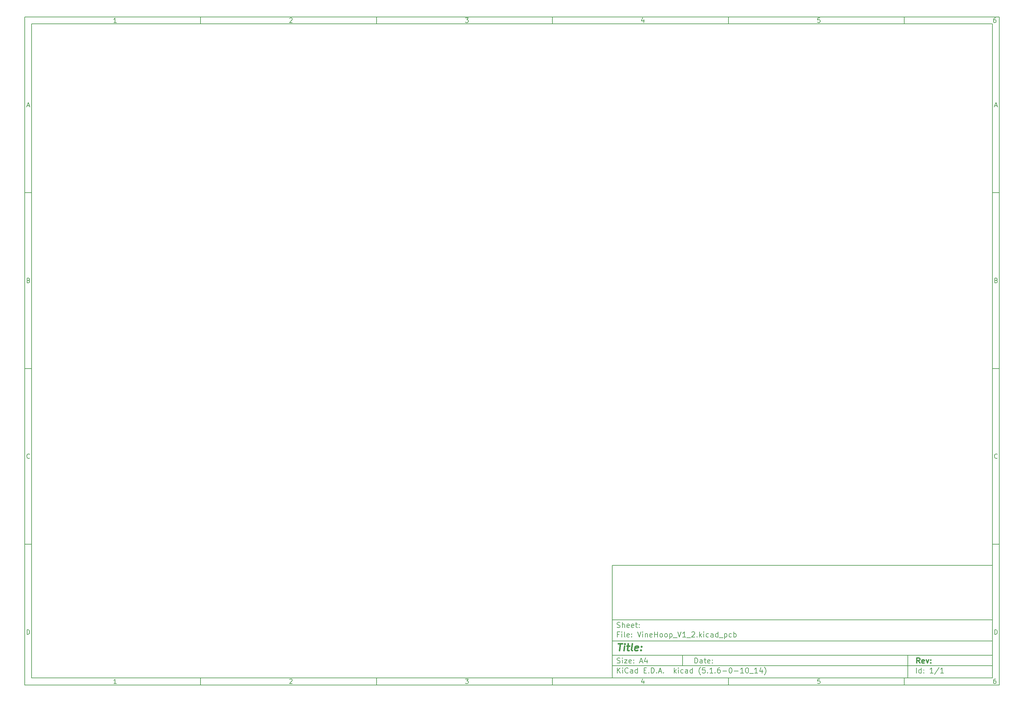
<source format=gbo>
G04 #@! TF.GenerationSoftware,KiCad,Pcbnew,(5.1.6-0-10_14)*
G04 #@! TF.CreationDate,2020-07-22T23:19:56-07:00*
G04 #@! TF.ProjectId,VineHoop_V1_2,56696e65-486f-46f7-905f-56315f322e6b,rev?*
G04 #@! TF.SameCoordinates,Original*
G04 #@! TF.FileFunction,Legend,Bot*
G04 #@! TF.FilePolarity,Positive*
%FSLAX46Y46*%
G04 Gerber Fmt 4.6, Leading zero omitted, Abs format (unit mm)*
G04 Created by KiCad (PCBNEW (5.1.6-0-10_14)) date 2020-07-22 23:19:56*
%MOMM*%
%LPD*%
G01*
G04 APERTURE LIST*
%ADD10C,0.100000*%
%ADD11C,0.150000*%
%ADD12C,0.300000*%
%ADD13C,0.400000*%
G04 APERTURE END LIST*
D10*
D11*
X177002200Y-166007200D02*
X177002200Y-198007200D01*
X285002200Y-198007200D01*
X285002200Y-166007200D01*
X177002200Y-166007200D01*
D10*
D11*
X10000000Y-10000000D02*
X10000000Y-200007200D01*
X287002200Y-200007200D01*
X287002200Y-10000000D01*
X10000000Y-10000000D01*
D10*
D11*
X12000000Y-12000000D02*
X12000000Y-198007200D01*
X285002200Y-198007200D01*
X285002200Y-12000000D01*
X12000000Y-12000000D01*
D10*
D11*
X60000000Y-12000000D02*
X60000000Y-10000000D01*
D10*
D11*
X110000000Y-12000000D02*
X110000000Y-10000000D01*
D10*
D11*
X160000000Y-12000000D02*
X160000000Y-10000000D01*
D10*
D11*
X210000000Y-12000000D02*
X210000000Y-10000000D01*
D10*
D11*
X260000000Y-12000000D02*
X260000000Y-10000000D01*
D10*
D11*
X36065476Y-11588095D02*
X35322619Y-11588095D01*
X35694047Y-11588095D02*
X35694047Y-10288095D01*
X35570238Y-10473809D01*
X35446428Y-10597619D01*
X35322619Y-10659523D01*
D10*
D11*
X85322619Y-10411904D02*
X85384523Y-10350000D01*
X85508333Y-10288095D01*
X85817857Y-10288095D01*
X85941666Y-10350000D01*
X86003571Y-10411904D01*
X86065476Y-10535714D01*
X86065476Y-10659523D01*
X86003571Y-10845238D01*
X85260714Y-11588095D01*
X86065476Y-11588095D01*
D10*
D11*
X135260714Y-10288095D02*
X136065476Y-10288095D01*
X135632142Y-10783333D01*
X135817857Y-10783333D01*
X135941666Y-10845238D01*
X136003571Y-10907142D01*
X136065476Y-11030952D01*
X136065476Y-11340476D01*
X136003571Y-11464285D01*
X135941666Y-11526190D01*
X135817857Y-11588095D01*
X135446428Y-11588095D01*
X135322619Y-11526190D01*
X135260714Y-11464285D01*
D10*
D11*
X185941666Y-10721428D02*
X185941666Y-11588095D01*
X185632142Y-10226190D02*
X185322619Y-11154761D01*
X186127380Y-11154761D01*
D10*
D11*
X236003571Y-10288095D02*
X235384523Y-10288095D01*
X235322619Y-10907142D01*
X235384523Y-10845238D01*
X235508333Y-10783333D01*
X235817857Y-10783333D01*
X235941666Y-10845238D01*
X236003571Y-10907142D01*
X236065476Y-11030952D01*
X236065476Y-11340476D01*
X236003571Y-11464285D01*
X235941666Y-11526190D01*
X235817857Y-11588095D01*
X235508333Y-11588095D01*
X235384523Y-11526190D01*
X235322619Y-11464285D01*
D10*
D11*
X285941666Y-10288095D02*
X285694047Y-10288095D01*
X285570238Y-10350000D01*
X285508333Y-10411904D01*
X285384523Y-10597619D01*
X285322619Y-10845238D01*
X285322619Y-11340476D01*
X285384523Y-11464285D01*
X285446428Y-11526190D01*
X285570238Y-11588095D01*
X285817857Y-11588095D01*
X285941666Y-11526190D01*
X286003571Y-11464285D01*
X286065476Y-11340476D01*
X286065476Y-11030952D01*
X286003571Y-10907142D01*
X285941666Y-10845238D01*
X285817857Y-10783333D01*
X285570238Y-10783333D01*
X285446428Y-10845238D01*
X285384523Y-10907142D01*
X285322619Y-11030952D01*
D10*
D11*
X60000000Y-198007200D02*
X60000000Y-200007200D01*
D10*
D11*
X110000000Y-198007200D02*
X110000000Y-200007200D01*
D10*
D11*
X160000000Y-198007200D02*
X160000000Y-200007200D01*
D10*
D11*
X210000000Y-198007200D02*
X210000000Y-200007200D01*
D10*
D11*
X260000000Y-198007200D02*
X260000000Y-200007200D01*
D10*
D11*
X36065476Y-199595295D02*
X35322619Y-199595295D01*
X35694047Y-199595295D02*
X35694047Y-198295295D01*
X35570238Y-198481009D01*
X35446428Y-198604819D01*
X35322619Y-198666723D01*
D10*
D11*
X85322619Y-198419104D02*
X85384523Y-198357200D01*
X85508333Y-198295295D01*
X85817857Y-198295295D01*
X85941666Y-198357200D01*
X86003571Y-198419104D01*
X86065476Y-198542914D01*
X86065476Y-198666723D01*
X86003571Y-198852438D01*
X85260714Y-199595295D01*
X86065476Y-199595295D01*
D10*
D11*
X135260714Y-198295295D02*
X136065476Y-198295295D01*
X135632142Y-198790533D01*
X135817857Y-198790533D01*
X135941666Y-198852438D01*
X136003571Y-198914342D01*
X136065476Y-199038152D01*
X136065476Y-199347676D01*
X136003571Y-199471485D01*
X135941666Y-199533390D01*
X135817857Y-199595295D01*
X135446428Y-199595295D01*
X135322619Y-199533390D01*
X135260714Y-199471485D01*
D10*
D11*
X185941666Y-198728628D02*
X185941666Y-199595295D01*
X185632142Y-198233390D02*
X185322619Y-199161961D01*
X186127380Y-199161961D01*
D10*
D11*
X236003571Y-198295295D02*
X235384523Y-198295295D01*
X235322619Y-198914342D01*
X235384523Y-198852438D01*
X235508333Y-198790533D01*
X235817857Y-198790533D01*
X235941666Y-198852438D01*
X236003571Y-198914342D01*
X236065476Y-199038152D01*
X236065476Y-199347676D01*
X236003571Y-199471485D01*
X235941666Y-199533390D01*
X235817857Y-199595295D01*
X235508333Y-199595295D01*
X235384523Y-199533390D01*
X235322619Y-199471485D01*
D10*
D11*
X285941666Y-198295295D02*
X285694047Y-198295295D01*
X285570238Y-198357200D01*
X285508333Y-198419104D01*
X285384523Y-198604819D01*
X285322619Y-198852438D01*
X285322619Y-199347676D01*
X285384523Y-199471485D01*
X285446428Y-199533390D01*
X285570238Y-199595295D01*
X285817857Y-199595295D01*
X285941666Y-199533390D01*
X286003571Y-199471485D01*
X286065476Y-199347676D01*
X286065476Y-199038152D01*
X286003571Y-198914342D01*
X285941666Y-198852438D01*
X285817857Y-198790533D01*
X285570238Y-198790533D01*
X285446428Y-198852438D01*
X285384523Y-198914342D01*
X285322619Y-199038152D01*
D10*
D11*
X10000000Y-60000000D02*
X12000000Y-60000000D01*
D10*
D11*
X10000000Y-110000000D02*
X12000000Y-110000000D01*
D10*
D11*
X10000000Y-160000000D02*
X12000000Y-160000000D01*
D10*
D11*
X10690476Y-35216666D02*
X11309523Y-35216666D01*
X10566666Y-35588095D02*
X11000000Y-34288095D01*
X11433333Y-35588095D01*
D10*
D11*
X11092857Y-84907142D02*
X11278571Y-84969047D01*
X11340476Y-85030952D01*
X11402380Y-85154761D01*
X11402380Y-85340476D01*
X11340476Y-85464285D01*
X11278571Y-85526190D01*
X11154761Y-85588095D01*
X10659523Y-85588095D01*
X10659523Y-84288095D01*
X11092857Y-84288095D01*
X11216666Y-84350000D01*
X11278571Y-84411904D01*
X11340476Y-84535714D01*
X11340476Y-84659523D01*
X11278571Y-84783333D01*
X11216666Y-84845238D01*
X11092857Y-84907142D01*
X10659523Y-84907142D01*
D10*
D11*
X11402380Y-135464285D02*
X11340476Y-135526190D01*
X11154761Y-135588095D01*
X11030952Y-135588095D01*
X10845238Y-135526190D01*
X10721428Y-135402380D01*
X10659523Y-135278571D01*
X10597619Y-135030952D01*
X10597619Y-134845238D01*
X10659523Y-134597619D01*
X10721428Y-134473809D01*
X10845238Y-134350000D01*
X11030952Y-134288095D01*
X11154761Y-134288095D01*
X11340476Y-134350000D01*
X11402380Y-134411904D01*
D10*
D11*
X10659523Y-185588095D02*
X10659523Y-184288095D01*
X10969047Y-184288095D01*
X11154761Y-184350000D01*
X11278571Y-184473809D01*
X11340476Y-184597619D01*
X11402380Y-184845238D01*
X11402380Y-185030952D01*
X11340476Y-185278571D01*
X11278571Y-185402380D01*
X11154761Y-185526190D01*
X10969047Y-185588095D01*
X10659523Y-185588095D01*
D10*
D11*
X287002200Y-60000000D02*
X285002200Y-60000000D01*
D10*
D11*
X287002200Y-110000000D02*
X285002200Y-110000000D01*
D10*
D11*
X287002200Y-160000000D02*
X285002200Y-160000000D01*
D10*
D11*
X285692676Y-35216666D02*
X286311723Y-35216666D01*
X285568866Y-35588095D02*
X286002200Y-34288095D01*
X286435533Y-35588095D01*
D10*
D11*
X286095057Y-84907142D02*
X286280771Y-84969047D01*
X286342676Y-85030952D01*
X286404580Y-85154761D01*
X286404580Y-85340476D01*
X286342676Y-85464285D01*
X286280771Y-85526190D01*
X286156961Y-85588095D01*
X285661723Y-85588095D01*
X285661723Y-84288095D01*
X286095057Y-84288095D01*
X286218866Y-84350000D01*
X286280771Y-84411904D01*
X286342676Y-84535714D01*
X286342676Y-84659523D01*
X286280771Y-84783333D01*
X286218866Y-84845238D01*
X286095057Y-84907142D01*
X285661723Y-84907142D01*
D10*
D11*
X286404580Y-135464285D02*
X286342676Y-135526190D01*
X286156961Y-135588095D01*
X286033152Y-135588095D01*
X285847438Y-135526190D01*
X285723628Y-135402380D01*
X285661723Y-135278571D01*
X285599819Y-135030952D01*
X285599819Y-134845238D01*
X285661723Y-134597619D01*
X285723628Y-134473809D01*
X285847438Y-134350000D01*
X286033152Y-134288095D01*
X286156961Y-134288095D01*
X286342676Y-134350000D01*
X286404580Y-134411904D01*
D10*
D11*
X285661723Y-185588095D02*
X285661723Y-184288095D01*
X285971247Y-184288095D01*
X286156961Y-184350000D01*
X286280771Y-184473809D01*
X286342676Y-184597619D01*
X286404580Y-184845238D01*
X286404580Y-185030952D01*
X286342676Y-185278571D01*
X286280771Y-185402380D01*
X286156961Y-185526190D01*
X285971247Y-185588095D01*
X285661723Y-185588095D01*
D10*
D11*
X200434342Y-193785771D02*
X200434342Y-192285771D01*
X200791485Y-192285771D01*
X201005771Y-192357200D01*
X201148628Y-192500057D01*
X201220057Y-192642914D01*
X201291485Y-192928628D01*
X201291485Y-193142914D01*
X201220057Y-193428628D01*
X201148628Y-193571485D01*
X201005771Y-193714342D01*
X200791485Y-193785771D01*
X200434342Y-193785771D01*
X202577200Y-193785771D02*
X202577200Y-193000057D01*
X202505771Y-192857200D01*
X202362914Y-192785771D01*
X202077200Y-192785771D01*
X201934342Y-192857200D01*
X202577200Y-193714342D02*
X202434342Y-193785771D01*
X202077200Y-193785771D01*
X201934342Y-193714342D01*
X201862914Y-193571485D01*
X201862914Y-193428628D01*
X201934342Y-193285771D01*
X202077200Y-193214342D01*
X202434342Y-193214342D01*
X202577200Y-193142914D01*
X203077200Y-192785771D02*
X203648628Y-192785771D01*
X203291485Y-192285771D02*
X203291485Y-193571485D01*
X203362914Y-193714342D01*
X203505771Y-193785771D01*
X203648628Y-193785771D01*
X204720057Y-193714342D02*
X204577200Y-193785771D01*
X204291485Y-193785771D01*
X204148628Y-193714342D01*
X204077200Y-193571485D01*
X204077200Y-193000057D01*
X204148628Y-192857200D01*
X204291485Y-192785771D01*
X204577200Y-192785771D01*
X204720057Y-192857200D01*
X204791485Y-193000057D01*
X204791485Y-193142914D01*
X204077200Y-193285771D01*
X205434342Y-193642914D02*
X205505771Y-193714342D01*
X205434342Y-193785771D01*
X205362914Y-193714342D01*
X205434342Y-193642914D01*
X205434342Y-193785771D01*
X205434342Y-192857200D02*
X205505771Y-192928628D01*
X205434342Y-193000057D01*
X205362914Y-192928628D01*
X205434342Y-192857200D01*
X205434342Y-193000057D01*
D10*
D11*
X177002200Y-194507200D02*
X285002200Y-194507200D01*
D10*
D11*
X178434342Y-196585771D02*
X178434342Y-195085771D01*
X179291485Y-196585771D02*
X178648628Y-195728628D01*
X179291485Y-195085771D02*
X178434342Y-195942914D01*
X179934342Y-196585771D02*
X179934342Y-195585771D01*
X179934342Y-195085771D02*
X179862914Y-195157200D01*
X179934342Y-195228628D01*
X180005771Y-195157200D01*
X179934342Y-195085771D01*
X179934342Y-195228628D01*
X181505771Y-196442914D02*
X181434342Y-196514342D01*
X181220057Y-196585771D01*
X181077200Y-196585771D01*
X180862914Y-196514342D01*
X180720057Y-196371485D01*
X180648628Y-196228628D01*
X180577200Y-195942914D01*
X180577200Y-195728628D01*
X180648628Y-195442914D01*
X180720057Y-195300057D01*
X180862914Y-195157200D01*
X181077200Y-195085771D01*
X181220057Y-195085771D01*
X181434342Y-195157200D01*
X181505771Y-195228628D01*
X182791485Y-196585771D02*
X182791485Y-195800057D01*
X182720057Y-195657200D01*
X182577200Y-195585771D01*
X182291485Y-195585771D01*
X182148628Y-195657200D01*
X182791485Y-196514342D02*
X182648628Y-196585771D01*
X182291485Y-196585771D01*
X182148628Y-196514342D01*
X182077200Y-196371485D01*
X182077200Y-196228628D01*
X182148628Y-196085771D01*
X182291485Y-196014342D01*
X182648628Y-196014342D01*
X182791485Y-195942914D01*
X184148628Y-196585771D02*
X184148628Y-195085771D01*
X184148628Y-196514342D02*
X184005771Y-196585771D01*
X183720057Y-196585771D01*
X183577200Y-196514342D01*
X183505771Y-196442914D01*
X183434342Y-196300057D01*
X183434342Y-195871485D01*
X183505771Y-195728628D01*
X183577200Y-195657200D01*
X183720057Y-195585771D01*
X184005771Y-195585771D01*
X184148628Y-195657200D01*
X186005771Y-195800057D02*
X186505771Y-195800057D01*
X186720057Y-196585771D02*
X186005771Y-196585771D01*
X186005771Y-195085771D01*
X186720057Y-195085771D01*
X187362914Y-196442914D02*
X187434342Y-196514342D01*
X187362914Y-196585771D01*
X187291485Y-196514342D01*
X187362914Y-196442914D01*
X187362914Y-196585771D01*
X188077200Y-196585771D02*
X188077200Y-195085771D01*
X188434342Y-195085771D01*
X188648628Y-195157200D01*
X188791485Y-195300057D01*
X188862914Y-195442914D01*
X188934342Y-195728628D01*
X188934342Y-195942914D01*
X188862914Y-196228628D01*
X188791485Y-196371485D01*
X188648628Y-196514342D01*
X188434342Y-196585771D01*
X188077200Y-196585771D01*
X189577200Y-196442914D02*
X189648628Y-196514342D01*
X189577200Y-196585771D01*
X189505771Y-196514342D01*
X189577200Y-196442914D01*
X189577200Y-196585771D01*
X190220057Y-196157200D02*
X190934342Y-196157200D01*
X190077200Y-196585771D02*
X190577200Y-195085771D01*
X191077200Y-196585771D01*
X191577200Y-196442914D02*
X191648628Y-196514342D01*
X191577200Y-196585771D01*
X191505771Y-196514342D01*
X191577200Y-196442914D01*
X191577200Y-196585771D01*
X194577200Y-196585771D02*
X194577200Y-195085771D01*
X194720057Y-196014342D02*
X195148628Y-196585771D01*
X195148628Y-195585771D02*
X194577200Y-196157200D01*
X195791485Y-196585771D02*
X195791485Y-195585771D01*
X195791485Y-195085771D02*
X195720057Y-195157200D01*
X195791485Y-195228628D01*
X195862914Y-195157200D01*
X195791485Y-195085771D01*
X195791485Y-195228628D01*
X197148628Y-196514342D02*
X197005771Y-196585771D01*
X196720057Y-196585771D01*
X196577200Y-196514342D01*
X196505771Y-196442914D01*
X196434342Y-196300057D01*
X196434342Y-195871485D01*
X196505771Y-195728628D01*
X196577200Y-195657200D01*
X196720057Y-195585771D01*
X197005771Y-195585771D01*
X197148628Y-195657200D01*
X198434342Y-196585771D02*
X198434342Y-195800057D01*
X198362914Y-195657200D01*
X198220057Y-195585771D01*
X197934342Y-195585771D01*
X197791485Y-195657200D01*
X198434342Y-196514342D02*
X198291485Y-196585771D01*
X197934342Y-196585771D01*
X197791485Y-196514342D01*
X197720057Y-196371485D01*
X197720057Y-196228628D01*
X197791485Y-196085771D01*
X197934342Y-196014342D01*
X198291485Y-196014342D01*
X198434342Y-195942914D01*
X199791485Y-196585771D02*
X199791485Y-195085771D01*
X199791485Y-196514342D02*
X199648628Y-196585771D01*
X199362914Y-196585771D01*
X199220057Y-196514342D01*
X199148628Y-196442914D01*
X199077200Y-196300057D01*
X199077200Y-195871485D01*
X199148628Y-195728628D01*
X199220057Y-195657200D01*
X199362914Y-195585771D01*
X199648628Y-195585771D01*
X199791485Y-195657200D01*
X202077200Y-197157200D02*
X202005771Y-197085771D01*
X201862914Y-196871485D01*
X201791485Y-196728628D01*
X201720057Y-196514342D01*
X201648628Y-196157200D01*
X201648628Y-195871485D01*
X201720057Y-195514342D01*
X201791485Y-195300057D01*
X201862914Y-195157200D01*
X202005771Y-194942914D01*
X202077200Y-194871485D01*
X203362914Y-195085771D02*
X202648628Y-195085771D01*
X202577200Y-195800057D01*
X202648628Y-195728628D01*
X202791485Y-195657200D01*
X203148628Y-195657200D01*
X203291485Y-195728628D01*
X203362914Y-195800057D01*
X203434342Y-195942914D01*
X203434342Y-196300057D01*
X203362914Y-196442914D01*
X203291485Y-196514342D01*
X203148628Y-196585771D01*
X202791485Y-196585771D01*
X202648628Y-196514342D01*
X202577200Y-196442914D01*
X204077200Y-196442914D02*
X204148628Y-196514342D01*
X204077200Y-196585771D01*
X204005771Y-196514342D01*
X204077200Y-196442914D01*
X204077200Y-196585771D01*
X205577200Y-196585771D02*
X204720057Y-196585771D01*
X205148628Y-196585771D02*
X205148628Y-195085771D01*
X205005771Y-195300057D01*
X204862914Y-195442914D01*
X204720057Y-195514342D01*
X206220057Y-196442914D02*
X206291485Y-196514342D01*
X206220057Y-196585771D01*
X206148628Y-196514342D01*
X206220057Y-196442914D01*
X206220057Y-196585771D01*
X207577200Y-195085771D02*
X207291485Y-195085771D01*
X207148628Y-195157200D01*
X207077200Y-195228628D01*
X206934342Y-195442914D01*
X206862914Y-195728628D01*
X206862914Y-196300057D01*
X206934342Y-196442914D01*
X207005771Y-196514342D01*
X207148628Y-196585771D01*
X207434342Y-196585771D01*
X207577200Y-196514342D01*
X207648628Y-196442914D01*
X207720057Y-196300057D01*
X207720057Y-195942914D01*
X207648628Y-195800057D01*
X207577200Y-195728628D01*
X207434342Y-195657200D01*
X207148628Y-195657200D01*
X207005771Y-195728628D01*
X206934342Y-195800057D01*
X206862914Y-195942914D01*
X208362914Y-196014342D02*
X209505771Y-196014342D01*
X210505771Y-195085771D02*
X210648628Y-195085771D01*
X210791485Y-195157200D01*
X210862914Y-195228628D01*
X210934342Y-195371485D01*
X211005771Y-195657200D01*
X211005771Y-196014342D01*
X210934342Y-196300057D01*
X210862914Y-196442914D01*
X210791485Y-196514342D01*
X210648628Y-196585771D01*
X210505771Y-196585771D01*
X210362914Y-196514342D01*
X210291485Y-196442914D01*
X210220057Y-196300057D01*
X210148628Y-196014342D01*
X210148628Y-195657200D01*
X210220057Y-195371485D01*
X210291485Y-195228628D01*
X210362914Y-195157200D01*
X210505771Y-195085771D01*
X211648628Y-196014342D02*
X212791485Y-196014342D01*
X214291485Y-196585771D02*
X213434342Y-196585771D01*
X213862914Y-196585771D02*
X213862914Y-195085771D01*
X213720057Y-195300057D01*
X213577200Y-195442914D01*
X213434342Y-195514342D01*
X215220057Y-195085771D02*
X215362914Y-195085771D01*
X215505771Y-195157200D01*
X215577200Y-195228628D01*
X215648628Y-195371485D01*
X215720057Y-195657200D01*
X215720057Y-196014342D01*
X215648628Y-196300057D01*
X215577200Y-196442914D01*
X215505771Y-196514342D01*
X215362914Y-196585771D01*
X215220057Y-196585771D01*
X215077200Y-196514342D01*
X215005771Y-196442914D01*
X214934342Y-196300057D01*
X214862914Y-196014342D01*
X214862914Y-195657200D01*
X214934342Y-195371485D01*
X215005771Y-195228628D01*
X215077200Y-195157200D01*
X215220057Y-195085771D01*
X216005771Y-196728628D02*
X217148628Y-196728628D01*
X218291485Y-196585771D02*
X217434342Y-196585771D01*
X217862914Y-196585771D02*
X217862914Y-195085771D01*
X217720057Y-195300057D01*
X217577200Y-195442914D01*
X217434342Y-195514342D01*
X219577200Y-195585771D02*
X219577200Y-196585771D01*
X219220057Y-195014342D02*
X218862914Y-196085771D01*
X219791485Y-196085771D01*
X220220057Y-197157200D02*
X220291485Y-197085771D01*
X220434342Y-196871485D01*
X220505771Y-196728628D01*
X220577200Y-196514342D01*
X220648628Y-196157200D01*
X220648628Y-195871485D01*
X220577200Y-195514342D01*
X220505771Y-195300057D01*
X220434342Y-195157200D01*
X220291485Y-194942914D01*
X220220057Y-194871485D01*
D10*
D11*
X177002200Y-191507200D02*
X285002200Y-191507200D01*
D10*
D12*
X264411485Y-193785771D02*
X263911485Y-193071485D01*
X263554342Y-193785771D02*
X263554342Y-192285771D01*
X264125771Y-192285771D01*
X264268628Y-192357200D01*
X264340057Y-192428628D01*
X264411485Y-192571485D01*
X264411485Y-192785771D01*
X264340057Y-192928628D01*
X264268628Y-193000057D01*
X264125771Y-193071485D01*
X263554342Y-193071485D01*
X265625771Y-193714342D02*
X265482914Y-193785771D01*
X265197200Y-193785771D01*
X265054342Y-193714342D01*
X264982914Y-193571485D01*
X264982914Y-193000057D01*
X265054342Y-192857200D01*
X265197200Y-192785771D01*
X265482914Y-192785771D01*
X265625771Y-192857200D01*
X265697200Y-193000057D01*
X265697200Y-193142914D01*
X264982914Y-193285771D01*
X266197200Y-192785771D02*
X266554342Y-193785771D01*
X266911485Y-192785771D01*
X267482914Y-193642914D02*
X267554342Y-193714342D01*
X267482914Y-193785771D01*
X267411485Y-193714342D01*
X267482914Y-193642914D01*
X267482914Y-193785771D01*
X267482914Y-192857200D02*
X267554342Y-192928628D01*
X267482914Y-193000057D01*
X267411485Y-192928628D01*
X267482914Y-192857200D01*
X267482914Y-193000057D01*
D10*
D11*
X178362914Y-193714342D02*
X178577200Y-193785771D01*
X178934342Y-193785771D01*
X179077200Y-193714342D01*
X179148628Y-193642914D01*
X179220057Y-193500057D01*
X179220057Y-193357200D01*
X179148628Y-193214342D01*
X179077200Y-193142914D01*
X178934342Y-193071485D01*
X178648628Y-193000057D01*
X178505771Y-192928628D01*
X178434342Y-192857200D01*
X178362914Y-192714342D01*
X178362914Y-192571485D01*
X178434342Y-192428628D01*
X178505771Y-192357200D01*
X178648628Y-192285771D01*
X179005771Y-192285771D01*
X179220057Y-192357200D01*
X179862914Y-193785771D02*
X179862914Y-192785771D01*
X179862914Y-192285771D02*
X179791485Y-192357200D01*
X179862914Y-192428628D01*
X179934342Y-192357200D01*
X179862914Y-192285771D01*
X179862914Y-192428628D01*
X180434342Y-192785771D02*
X181220057Y-192785771D01*
X180434342Y-193785771D01*
X181220057Y-193785771D01*
X182362914Y-193714342D02*
X182220057Y-193785771D01*
X181934342Y-193785771D01*
X181791485Y-193714342D01*
X181720057Y-193571485D01*
X181720057Y-193000057D01*
X181791485Y-192857200D01*
X181934342Y-192785771D01*
X182220057Y-192785771D01*
X182362914Y-192857200D01*
X182434342Y-193000057D01*
X182434342Y-193142914D01*
X181720057Y-193285771D01*
X183077200Y-193642914D02*
X183148628Y-193714342D01*
X183077200Y-193785771D01*
X183005771Y-193714342D01*
X183077200Y-193642914D01*
X183077200Y-193785771D01*
X183077200Y-192857200D02*
X183148628Y-192928628D01*
X183077200Y-193000057D01*
X183005771Y-192928628D01*
X183077200Y-192857200D01*
X183077200Y-193000057D01*
X184862914Y-193357200D02*
X185577200Y-193357200D01*
X184720057Y-193785771D02*
X185220057Y-192285771D01*
X185720057Y-193785771D01*
X186862914Y-192785771D02*
X186862914Y-193785771D01*
X186505771Y-192214342D02*
X186148628Y-193285771D01*
X187077200Y-193285771D01*
D10*
D11*
X263434342Y-196585771D02*
X263434342Y-195085771D01*
X264791485Y-196585771D02*
X264791485Y-195085771D01*
X264791485Y-196514342D02*
X264648628Y-196585771D01*
X264362914Y-196585771D01*
X264220057Y-196514342D01*
X264148628Y-196442914D01*
X264077200Y-196300057D01*
X264077200Y-195871485D01*
X264148628Y-195728628D01*
X264220057Y-195657200D01*
X264362914Y-195585771D01*
X264648628Y-195585771D01*
X264791485Y-195657200D01*
X265505771Y-196442914D02*
X265577200Y-196514342D01*
X265505771Y-196585771D01*
X265434342Y-196514342D01*
X265505771Y-196442914D01*
X265505771Y-196585771D01*
X265505771Y-195657200D02*
X265577200Y-195728628D01*
X265505771Y-195800057D01*
X265434342Y-195728628D01*
X265505771Y-195657200D01*
X265505771Y-195800057D01*
X268148628Y-196585771D02*
X267291485Y-196585771D01*
X267720057Y-196585771D02*
X267720057Y-195085771D01*
X267577200Y-195300057D01*
X267434342Y-195442914D01*
X267291485Y-195514342D01*
X269862914Y-195014342D02*
X268577200Y-196942914D01*
X271148628Y-196585771D02*
X270291485Y-196585771D01*
X270720057Y-196585771D02*
X270720057Y-195085771D01*
X270577200Y-195300057D01*
X270434342Y-195442914D01*
X270291485Y-195514342D01*
D10*
D11*
X177002200Y-187507200D02*
X285002200Y-187507200D01*
D10*
D13*
X178714580Y-188211961D02*
X179857438Y-188211961D01*
X179036009Y-190211961D02*
X179286009Y-188211961D01*
X180274104Y-190211961D02*
X180440771Y-188878628D01*
X180524104Y-188211961D02*
X180416961Y-188307200D01*
X180500295Y-188402438D01*
X180607438Y-188307200D01*
X180524104Y-188211961D01*
X180500295Y-188402438D01*
X181107438Y-188878628D02*
X181869342Y-188878628D01*
X181476485Y-188211961D02*
X181262200Y-189926247D01*
X181333628Y-190116723D01*
X181512200Y-190211961D01*
X181702676Y-190211961D01*
X182655057Y-190211961D02*
X182476485Y-190116723D01*
X182405057Y-189926247D01*
X182619342Y-188211961D01*
X184190771Y-190116723D02*
X183988390Y-190211961D01*
X183607438Y-190211961D01*
X183428866Y-190116723D01*
X183357438Y-189926247D01*
X183452676Y-189164342D01*
X183571723Y-188973866D01*
X183774104Y-188878628D01*
X184155057Y-188878628D01*
X184333628Y-188973866D01*
X184405057Y-189164342D01*
X184381247Y-189354819D01*
X183405057Y-189545295D01*
X185155057Y-190021485D02*
X185238390Y-190116723D01*
X185131247Y-190211961D01*
X185047914Y-190116723D01*
X185155057Y-190021485D01*
X185131247Y-190211961D01*
X185286009Y-188973866D02*
X185369342Y-189069104D01*
X185262200Y-189164342D01*
X185178866Y-189069104D01*
X185286009Y-188973866D01*
X185262200Y-189164342D01*
D10*
D11*
X178934342Y-185600057D02*
X178434342Y-185600057D01*
X178434342Y-186385771D02*
X178434342Y-184885771D01*
X179148628Y-184885771D01*
X179720057Y-186385771D02*
X179720057Y-185385771D01*
X179720057Y-184885771D02*
X179648628Y-184957200D01*
X179720057Y-185028628D01*
X179791485Y-184957200D01*
X179720057Y-184885771D01*
X179720057Y-185028628D01*
X180648628Y-186385771D02*
X180505771Y-186314342D01*
X180434342Y-186171485D01*
X180434342Y-184885771D01*
X181791485Y-186314342D02*
X181648628Y-186385771D01*
X181362914Y-186385771D01*
X181220057Y-186314342D01*
X181148628Y-186171485D01*
X181148628Y-185600057D01*
X181220057Y-185457200D01*
X181362914Y-185385771D01*
X181648628Y-185385771D01*
X181791485Y-185457200D01*
X181862914Y-185600057D01*
X181862914Y-185742914D01*
X181148628Y-185885771D01*
X182505771Y-186242914D02*
X182577200Y-186314342D01*
X182505771Y-186385771D01*
X182434342Y-186314342D01*
X182505771Y-186242914D01*
X182505771Y-186385771D01*
X182505771Y-185457200D02*
X182577200Y-185528628D01*
X182505771Y-185600057D01*
X182434342Y-185528628D01*
X182505771Y-185457200D01*
X182505771Y-185600057D01*
X184148628Y-184885771D02*
X184648628Y-186385771D01*
X185148628Y-184885771D01*
X185648628Y-186385771D02*
X185648628Y-185385771D01*
X185648628Y-184885771D02*
X185577200Y-184957200D01*
X185648628Y-185028628D01*
X185720057Y-184957200D01*
X185648628Y-184885771D01*
X185648628Y-185028628D01*
X186362914Y-185385771D02*
X186362914Y-186385771D01*
X186362914Y-185528628D02*
X186434342Y-185457200D01*
X186577200Y-185385771D01*
X186791485Y-185385771D01*
X186934342Y-185457200D01*
X187005771Y-185600057D01*
X187005771Y-186385771D01*
X188291485Y-186314342D02*
X188148628Y-186385771D01*
X187862914Y-186385771D01*
X187720057Y-186314342D01*
X187648628Y-186171485D01*
X187648628Y-185600057D01*
X187720057Y-185457200D01*
X187862914Y-185385771D01*
X188148628Y-185385771D01*
X188291485Y-185457200D01*
X188362914Y-185600057D01*
X188362914Y-185742914D01*
X187648628Y-185885771D01*
X189005771Y-186385771D02*
X189005771Y-184885771D01*
X189005771Y-185600057D02*
X189862914Y-185600057D01*
X189862914Y-186385771D02*
X189862914Y-184885771D01*
X190791485Y-186385771D02*
X190648628Y-186314342D01*
X190577200Y-186242914D01*
X190505771Y-186100057D01*
X190505771Y-185671485D01*
X190577200Y-185528628D01*
X190648628Y-185457200D01*
X190791485Y-185385771D01*
X191005771Y-185385771D01*
X191148628Y-185457200D01*
X191220057Y-185528628D01*
X191291485Y-185671485D01*
X191291485Y-186100057D01*
X191220057Y-186242914D01*
X191148628Y-186314342D01*
X191005771Y-186385771D01*
X190791485Y-186385771D01*
X192148628Y-186385771D02*
X192005771Y-186314342D01*
X191934342Y-186242914D01*
X191862914Y-186100057D01*
X191862914Y-185671485D01*
X191934342Y-185528628D01*
X192005771Y-185457200D01*
X192148628Y-185385771D01*
X192362914Y-185385771D01*
X192505771Y-185457200D01*
X192577200Y-185528628D01*
X192648628Y-185671485D01*
X192648628Y-186100057D01*
X192577200Y-186242914D01*
X192505771Y-186314342D01*
X192362914Y-186385771D01*
X192148628Y-186385771D01*
X193291485Y-185385771D02*
X193291485Y-186885771D01*
X193291485Y-185457200D02*
X193434342Y-185385771D01*
X193720057Y-185385771D01*
X193862914Y-185457200D01*
X193934342Y-185528628D01*
X194005771Y-185671485D01*
X194005771Y-186100057D01*
X193934342Y-186242914D01*
X193862914Y-186314342D01*
X193720057Y-186385771D01*
X193434342Y-186385771D01*
X193291485Y-186314342D01*
X194291485Y-186528628D02*
X195434342Y-186528628D01*
X195577200Y-184885771D02*
X196077200Y-186385771D01*
X196577200Y-184885771D01*
X197862914Y-186385771D02*
X197005771Y-186385771D01*
X197434342Y-186385771D02*
X197434342Y-184885771D01*
X197291485Y-185100057D01*
X197148628Y-185242914D01*
X197005771Y-185314342D01*
X198148628Y-186528628D02*
X199291485Y-186528628D01*
X199577200Y-185028628D02*
X199648628Y-184957200D01*
X199791485Y-184885771D01*
X200148628Y-184885771D01*
X200291485Y-184957200D01*
X200362914Y-185028628D01*
X200434342Y-185171485D01*
X200434342Y-185314342D01*
X200362914Y-185528628D01*
X199505771Y-186385771D01*
X200434342Y-186385771D01*
X201077200Y-186242914D02*
X201148628Y-186314342D01*
X201077200Y-186385771D01*
X201005771Y-186314342D01*
X201077200Y-186242914D01*
X201077200Y-186385771D01*
X201791485Y-186385771D02*
X201791485Y-184885771D01*
X201934342Y-185814342D02*
X202362914Y-186385771D01*
X202362914Y-185385771D02*
X201791485Y-185957200D01*
X203005771Y-186385771D02*
X203005771Y-185385771D01*
X203005771Y-184885771D02*
X202934342Y-184957200D01*
X203005771Y-185028628D01*
X203077200Y-184957200D01*
X203005771Y-184885771D01*
X203005771Y-185028628D01*
X204362914Y-186314342D02*
X204220057Y-186385771D01*
X203934342Y-186385771D01*
X203791485Y-186314342D01*
X203720057Y-186242914D01*
X203648628Y-186100057D01*
X203648628Y-185671485D01*
X203720057Y-185528628D01*
X203791485Y-185457200D01*
X203934342Y-185385771D01*
X204220057Y-185385771D01*
X204362914Y-185457200D01*
X205648628Y-186385771D02*
X205648628Y-185600057D01*
X205577200Y-185457200D01*
X205434342Y-185385771D01*
X205148628Y-185385771D01*
X205005771Y-185457200D01*
X205648628Y-186314342D02*
X205505771Y-186385771D01*
X205148628Y-186385771D01*
X205005771Y-186314342D01*
X204934342Y-186171485D01*
X204934342Y-186028628D01*
X205005771Y-185885771D01*
X205148628Y-185814342D01*
X205505771Y-185814342D01*
X205648628Y-185742914D01*
X207005771Y-186385771D02*
X207005771Y-184885771D01*
X207005771Y-186314342D02*
X206862914Y-186385771D01*
X206577200Y-186385771D01*
X206434342Y-186314342D01*
X206362914Y-186242914D01*
X206291485Y-186100057D01*
X206291485Y-185671485D01*
X206362914Y-185528628D01*
X206434342Y-185457200D01*
X206577200Y-185385771D01*
X206862914Y-185385771D01*
X207005771Y-185457200D01*
X207362914Y-186528628D02*
X208505771Y-186528628D01*
X208862914Y-185385771D02*
X208862914Y-186885771D01*
X208862914Y-185457200D02*
X209005771Y-185385771D01*
X209291485Y-185385771D01*
X209434342Y-185457200D01*
X209505771Y-185528628D01*
X209577200Y-185671485D01*
X209577200Y-186100057D01*
X209505771Y-186242914D01*
X209434342Y-186314342D01*
X209291485Y-186385771D01*
X209005771Y-186385771D01*
X208862914Y-186314342D01*
X210862914Y-186314342D02*
X210720057Y-186385771D01*
X210434342Y-186385771D01*
X210291485Y-186314342D01*
X210220057Y-186242914D01*
X210148628Y-186100057D01*
X210148628Y-185671485D01*
X210220057Y-185528628D01*
X210291485Y-185457200D01*
X210434342Y-185385771D01*
X210720057Y-185385771D01*
X210862914Y-185457200D01*
X211505771Y-186385771D02*
X211505771Y-184885771D01*
X211505771Y-185457200D02*
X211648628Y-185385771D01*
X211934342Y-185385771D01*
X212077200Y-185457200D01*
X212148628Y-185528628D01*
X212220057Y-185671485D01*
X212220057Y-186100057D01*
X212148628Y-186242914D01*
X212077200Y-186314342D01*
X211934342Y-186385771D01*
X211648628Y-186385771D01*
X211505771Y-186314342D01*
D10*
D11*
X177002200Y-181507200D02*
X285002200Y-181507200D01*
D10*
D11*
X178362914Y-183614342D02*
X178577200Y-183685771D01*
X178934342Y-183685771D01*
X179077200Y-183614342D01*
X179148628Y-183542914D01*
X179220057Y-183400057D01*
X179220057Y-183257200D01*
X179148628Y-183114342D01*
X179077200Y-183042914D01*
X178934342Y-182971485D01*
X178648628Y-182900057D01*
X178505771Y-182828628D01*
X178434342Y-182757200D01*
X178362914Y-182614342D01*
X178362914Y-182471485D01*
X178434342Y-182328628D01*
X178505771Y-182257200D01*
X178648628Y-182185771D01*
X179005771Y-182185771D01*
X179220057Y-182257200D01*
X179862914Y-183685771D02*
X179862914Y-182185771D01*
X180505771Y-183685771D02*
X180505771Y-182900057D01*
X180434342Y-182757200D01*
X180291485Y-182685771D01*
X180077200Y-182685771D01*
X179934342Y-182757200D01*
X179862914Y-182828628D01*
X181791485Y-183614342D02*
X181648628Y-183685771D01*
X181362914Y-183685771D01*
X181220057Y-183614342D01*
X181148628Y-183471485D01*
X181148628Y-182900057D01*
X181220057Y-182757200D01*
X181362914Y-182685771D01*
X181648628Y-182685771D01*
X181791485Y-182757200D01*
X181862914Y-182900057D01*
X181862914Y-183042914D01*
X181148628Y-183185771D01*
X183077200Y-183614342D02*
X182934342Y-183685771D01*
X182648628Y-183685771D01*
X182505771Y-183614342D01*
X182434342Y-183471485D01*
X182434342Y-182900057D01*
X182505771Y-182757200D01*
X182648628Y-182685771D01*
X182934342Y-182685771D01*
X183077200Y-182757200D01*
X183148628Y-182900057D01*
X183148628Y-183042914D01*
X182434342Y-183185771D01*
X183577200Y-182685771D02*
X184148628Y-182685771D01*
X183791485Y-182185771D02*
X183791485Y-183471485D01*
X183862914Y-183614342D01*
X184005771Y-183685771D01*
X184148628Y-183685771D01*
X184648628Y-183542914D02*
X184720057Y-183614342D01*
X184648628Y-183685771D01*
X184577200Y-183614342D01*
X184648628Y-183542914D01*
X184648628Y-183685771D01*
X184648628Y-182757200D02*
X184720057Y-182828628D01*
X184648628Y-182900057D01*
X184577200Y-182828628D01*
X184648628Y-182757200D01*
X184648628Y-182900057D01*
D10*
D11*
X197002200Y-191507200D02*
X197002200Y-194507200D01*
D10*
D11*
X261002200Y-191507200D02*
X261002200Y-198007200D01*
M02*

</source>
